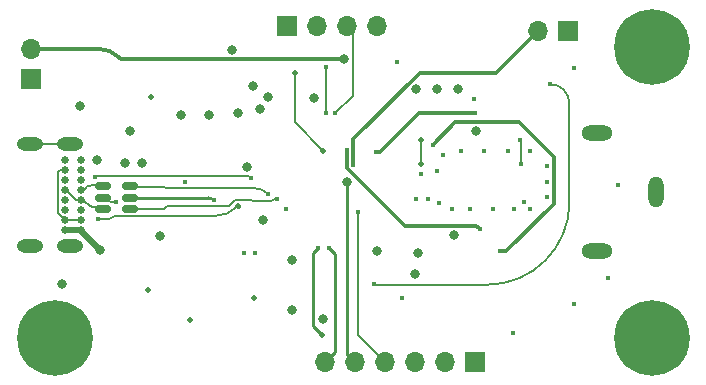
<source format=gbl>
G04 #@! TF.GenerationSoftware,KiCad,Pcbnew,(6.0.2-0)*
G04 #@! TF.CreationDate,2022-02-13T15:07:21-08:00*
G04 #@! TF.ProjectId,TimTime,54696d54-696d-4652-9e6b-696361645f70,rev?*
G04 #@! TF.SameCoordinates,Original*
G04 #@! TF.FileFunction,Copper,L4,Bot*
G04 #@! TF.FilePolarity,Positive*
%FSLAX46Y46*%
G04 Gerber Fmt 4.6, Leading zero omitted, Abs format (unit mm)*
G04 Created by KiCad (PCBNEW (6.0.2-0)) date 2022-02-13 15:07:21*
%MOMM*%
%LPD*%
G01*
G04 APERTURE LIST*
G04 Aperture macros list*
%AMRoundRect*
0 Rectangle with rounded corners*
0 $1 Rounding radius*
0 $2 $3 $4 $5 $6 $7 $8 $9 X,Y pos of 4 corners*
0 Add a 4 corners polygon primitive as box body*
4,1,4,$2,$3,$4,$5,$6,$7,$8,$9,$2,$3,0*
0 Add four circle primitives for the rounded corners*
1,1,$1+$1,$2,$3*
1,1,$1+$1,$4,$5*
1,1,$1+$1,$6,$7*
1,1,$1+$1,$8,$9*
0 Add four rect primitives between the rounded corners*
20,1,$1+$1,$2,$3,$4,$5,0*
20,1,$1+$1,$4,$5,$6,$7,0*
20,1,$1+$1,$6,$7,$8,$9,0*
20,1,$1+$1,$8,$9,$2,$3,0*%
G04 Aperture macros list end*
G04 #@! TA.AperFunction,SMDPad,CuDef*
%ADD10RoundRect,0.150000X-0.512500X-0.150000X0.512500X-0.150000X0.512500X0.150000X-0.512500X0.150000X0*%
G04 #@! TD*
G04 #@! TA.AperFunction,ComponentPad*
%ADD11O,2.616000X1.308000*%
G04 #@! TD*
G04 #@! TA.AperFunction,ComponentPad*
%ADD12O,1.308000X2.616000*%
G04 #@! TD*
G04 #@! TA.AperFunction,ComponentPad*
%ADD13C,0.650000*%
G04 #@! TD*
G04 #@! TA.AperFunction,ComponentPad*
%ADD14O,2.216000X1.108000*%
G04 #@! TD*
G04 #@! TA.AperFunction,ComponentPad*
%ADD15R,1.700000X1.700000*%
G04 #@! TD*
G04 #@! TA.AperFunction,ComponentPad*
%ADD16O,1.700000X1.700000*%
G04 #@! TD*
G04 #@! TA.AperFunction,ComponentPad*
%ADD17C,0.800000*%
G04 #@! TD*
G04 #@! TA.AperFunction,ComponentPad*
%ADD18C,6.400000*%
G04 #@! TD*
G04 #@! TA.AperFunction,ViaPad*
%ADD19C,0.450000*%
G04 #@! TD*
G04 #@! TA.AperFunction,ViaPad*
%ADD20C,0.800000*%
G04 #@! TD*
G04 #@! TA.AperFunction,ViaPad*
%ADD21C,0.500000*%
G04 #@! TD*
G04 #@! TA.AperFunction,Conductor*
%ADD22C,0.200000*%
G04 #@! TD*
G04 #@! TA.AperFunction,Conductor*
%ADD23C,0.300000*%
G04 #@! TD*
G04 #@! TA.AperFunction,Conductor*
%ADD24C,0.250000*%
G04 #@! TD*
G04 #@! TA.AperFunction,Conductor*
%ADD25C,0.500000*%
G04 #@! TD*
G04 APERTURE END LIST*
D10*
G04 #@! TO.P,U3,1,I/O1*
G04 #@! TO.N,USB_D+*
X118262400Y-106664800D03*
G04 #@! TO.P,U3,2,GND*
G04 #@! TO.N,GND*
X118262400Y-105714800D03*
G04 #@! TO.P,U3,3,I/O2*
G04 #@! TO.N,USB_D-*
X118262400Y-104764800D03*
G04 #@! TO.P,U3,4,I/O2*
X120537400Y-104764800D03*
G04 #@! TO.P,U3,5,VBUS*
G04 #@! TO.N,+3V3*
X120537400Y-105714800D03*
G04 #@! TO.P,U3,6,I/O1*
G04 #@! TO.N,USB_D+*
X120537400Y-106664800D03*
G04 #@! TD*
D11*
G04 #@! TO.P,J2,3*
G04 #@! TO.N,unconnected-(J2-Pad3)*
X160049200Y-100203000D03*
G04 #@! TO.P,J2,2*
G04 #@! TO.N,Net-(J2-Pad2)*
X160049200Y-110203000D03*
D12*
G04 #@! TO.P,J2,1*
G04 #@! TO.N,GND*
X165049200Y-105203000D03*
G04 #@! TD*
D13*
G04 #@! TO.P,J1,A1,GND*
G04 #@! TO.N,GND*
X116412000Y-108458000D03*
G04 #@! TO.P,J1,A4,VBUS*
G04 #@! TO.N,VBUS*
X116412000Y-107608000D03*
G04 #@! TO.P,J1,A5,CC1*
G04 #@! TO.N,CC1*
X116412000Y-106758000D03*
G04 #@! TO.P,J1,A6,DP1*
G04 #@! TO.N,USB_D+*
X116412000Y-105908000D03*
G04 #@! TO.P,J1,A7,DN1*
G04 #@! TO.N,USB_D-*
X116412000Y-105058000D03*
G04 #@! TO.P,J1,A8,SBU1*
G04 #@! TO.N,unconnected-(J1-PadA8)*
X116412000Y-104208000D03*
G04 #@! TO.P,J1,A9,VBUS*
G04 #@! TO.N,VBUS*
X116412000Y-103358000D03*
G04 #@! TO.P,J1,A12,GND*
G04 #@! TO.N,GND*
X116412000Y-102508000D03*
G04 #@! TO.P,J1,B1,GND*
X115062000Y-102508000D03*
G04 #@! TO.P,J1,B4,VBUS*
G04 #@! TO.N,VBUS*
X115062000Y-103358000D03*
G04 #@! TO.P,J1,B5,CC2*
G04 #@! TO.N,CC2*
X115062000Y-104208000D03*
G04 #@! TO.P,J1,B6,DP2*
G04 #@! TO.N,USB_D+*
X115062000Y-105058000D03*
G04 #@! TO.P,J1,B7,DN2*
G04 #@! TO.N,USB_D-*
X115062000Y-105908000D03*
G04 #@! TO.P,J1,B8,SBU2*
G04 #@! TO.N,unconnected-(J1-PadB8)*
X115062000Y-106758000D03*
G04 #@! TO.P,J1,B9,VBUS*
G04 #@! TO.N,VBUS*
X115062000Y-107608000D03*
G04 #@! TO.P,J1,B12,GND*
G04 #@! TO.N,GND*
X115062000Y-108458000D03*
D14*
G04 #@! TO.P,J1,P1,SHELL*
G04 #@! TO.N,Net-(J1-PadP1)*
X115432000Y-109808000D03*
G04 #@! TO.P,J1,P2,SHELL*
X115432000Y-101158000D03*
G04 #@! TO.P,J1,P3,SHELL*
X112052000Y-101158000D03*
G04 #@! TO.P,J1,P4,SHELL*
X112052000Y-109808000D03*
G04 #@! TD*
D15*
G04 #@! TO.P,J3,1,Pin_1*
G04 #@! TO.N,GND*
X133858000Y-91186000D03*
D16*
G04 #@! TO.P,J3,2,Pin_2*
G04 #@! TO.N,+2V8*
X136398000Y-91186000D03*
G04 #@! TO.P,J3,3,Pin_3*
G04 #@! TO.N,MON_SCL*
X138938000Y-91186000D03*
G04 #@! TO.P,J3,4,Pin_4*
G04 #@! TO.N,MON_SDA*
X141478000Y-91186000D03*
G04 #@! TD*
D15*
G04 #@! TO.P,J4,1,Pin_1*
G04 #@! TO.N,+2V8*
X149733000Y-119634000D03*
D16*
G04 #@! TO.P,J4,2,Pin_2*
G04 #@! TO.N,SWCLK*
X147193000Y-119634000D03*
G04 #@! TO.P,J4,3,Pin_3*
G04 #@! TO.N,GND*
X144653000Y-119634000D03*
G04 #@! TO.P,J4,4,Pin_4*
G04 #@! TO.N,SWDIO*
X142113000Y-119634000D03*
G04 #@! TO.P,J4,5,Pin_5*
G04 #@! TO.N,NRST*
X139573000Y-119634000D03*
G04 #@! TO.P,J4,6,Pin_6*
G04 #@! TO.N,SWO*
X137033000Y-119634000D03*
G04 #@! TD*
G04 #@! TO.P,J5,2,Pin_2*
G04 #@! TO.N,+BATT*
X112166400Y-93116400D03*
D15*
G04 #@! TO.P,J5,1,Pin_1*
G04 #@! TO.N,GND*
X112166400Y-95656400D03*
G04 #@! TD*
D16*
G04 #@! TO.P,J6,2,Pin_2*
G04 #@! TO.N,OSC*
X155067000Y-91567000D03*
D15*
G04 #@! TO.P,J6,1,Pin_1*
G04 #@! TO.N,GND*
X157607000Y-91567000D03*
G04 #@! TD*
D17*
G04 #@! TO.P,H2,1,1*
G04 #@! TO.N,GND*
X166416056Y-91266944D03*
X164719000Y-90564000D03*
X163021944Y-91266944D03*
X162319000Y-92964000D03*
X163021944Y-94661056D03*
X164719000Y-95364000D03*
X166416056Y-94661056D03*
X167119000Y-92964000D03*
D18*
X164719000Y-92964000D03*
G04 #@! TD*
G04 #@! TO.P,H3,1,1*
G04 #@! TO.N,GND*
X164719000Y-117602000D03*
D17*
X167119000Y-117602000D03*
X166416056Y-119299056D03*
X164719000Y-120002000D03*
X163021944Y-119299056D03*
X162319000Y-117602000D03*
X163021944Y-115904944D03*
X164719000Y-115202000D03*
X166416056Y-115904944D03*
G04 #@! TD*
G04 #@! TO.P,H4,1,1*
G04 #@! TO.N,GND*
X115870056Y-115904944D03*
X114173000Y-115202000D03*
X112475944Y-115904944D03*
X111773000Y-117602000D03*
X112475944Y-119299056D03*
X114173000Y-120002000D03*
X115870056Y-119299056D03*
X116573000Y-117602000D03*
D18*
X114173000Y-117602000D03*
G04 #@! TD*
D19*
G04 #@! TO.N,GND*
X149656800Y-97383600D03*
X119380000Y-106121200D03*
G04 #@! TO.N,OSC*
X139446000Y-102971600D03*
G04 #@! TO.N,TC_OUT*
X138871500Y-101650800D03*
X150164800Y-108356400D03*
G04 #@! TO.N,STAT2*
X117805200Y-107492800D03*
G04 #@! TO.N,STAT1*
X117551200Y-103936800D03*
G04 #@! TO.N,GND*
X160985200Y-112522000D03*
G04 #@! TO.N,+2V8*
X161848800Y-104648000D03*
X158089600Y-94742000D03*
G04 #@! TO.N,BTN_A*
X156108400Y-96113600D03*
G04 #@! TO.N,GND*
X152958800Y-117144800D03*
G04 #@! TO.N,+2V8*
X158089600Y-114757200D03*
G04 #@! TO.N,GND*
X143560800Y-114249200D03*
X130149600Y-110388400D03*
G04 #@! TO.N,USB_D-*
X132237076Y-105399814D03*
G04 #@! TO.N,USB_D+*
X132938967Y-105795380D03*
G04 #@! TO.N,GND*
X131114800Y-110439200D03*
G04 #@! TO.N,+3V3*
X127660400Y-105918000D03*
D20*
G04 #@! TO.N,+2V8*
X131572000Y-98171000D03*
X148336000Y-96520000D03*
X134239000Y-110998000D03*
X130429000Y-103124000D03*
X131826000Y-107569000D03*
X144907000Y-110363000D03*
D19*
X153924000Y-106105000D03*
D20*
X129159000Y-93255000D03*
G04 #@! TO.N,GND*
X147955000Y-108839000D03*
X144653000Y-112141000D03*
X136906000Y-115951000D03*
X134239000Y-115189000D03*
X123063000Y-108966000D03*
X116332000Y-97917000D03*
X114808000Y-113030000D03*
X124841000Y-98679000D03*
X127254000Y-98679000D03*
X129667000Y-98552000D03*
X130937000Y-96266000D03*
X132207000Y-97155000D03*
X146558000Y-96520000D03*
X144780000Y-96520000D03*
X149860000Y-100076000D03*
X117729000Y-102489000D03*
D19*
X125222000Y-104394000D03*
D20*
X141478000Y-110236000D03*
X136144000Y-97282000D03*
D19*
X146494500Y-103441500D03*
X147066000Y-102108000D03*
X148590000Y-101727000D03*
X150495000Y-101727000D03*
X152527000Y-101727000D03*
X154432000Y-101727000D03*
X155829000Y-102997000D03*
X155829000Y-104394000D03*
X155829000Y-105664000D03*
X154432000Y-106680000D03*
X153035000Y-106680000D03*
X151257000Y-106680000D03*
X149352000Y-106680000D03*
X147828000Y-106680000D03*
X145796000Y-105791000D03*
X146685000Y-106172000D03*
X145161000Y-103672500D03*
X144780000Y-105791000D03*
D20*
X120523000Y-100076000D03*
D19*
X133731000Y-106680000D03*
X143129000Y-94234000D03*
D20*
X121539000Y-102743000D03*
X120142000Y-102743000D03*
X117983000Y-110109000D03*
D21*
X131064000Y-114173000D03*
X125603000Y-116078000D03*
X122047000Y-113538000D03*
X122301000Y-97155000D03*
D19*
G04 #@! TO.N,MON_SCL*
X137922000Y-98552000D03*
G04 #@! TO.N,MON_SDA*
X137160000Y-98552000D03*
X137160000Y-94615000D03*
G04 #@! TO.N,Net-(C3-Pad1)*
X153670000Y-102870000D03*
X153515000Y-100838000D03*
D21*
G04 #@! TO.N,VAA*
X145161000Y-102870000D03*
X145161000Y-100838000D03*
D20*
G04 #@! TO.N,+BATT*
X138684000Y-93980000D03*
D19*
G04 #@! TO.N,STAT1*
X130810000Y-104013000D03*
D21*
G04 #@! TO.N,STAT2*
X129667000Y-106426000D03*
G04 #@! TO.N,SWCLK*
X136779000Y-117348000D03*
D19*
X136413500Y-109966500D03*
G04 #@! TO.N,SWDIO*
X139827000Y-106934000D03*
D20*
G04 #@! TO.N,NRST*
X138938000Y-104394000D03*
D19*
G04 #@! TO.N,SWO*
X137413500Y-109982500D03*
G04 #@! TO.N,TCVC*
X149733000Y-98552000D03*
X141351000Y-101854000D03*
G04 #@! TO.N,TC_IN*
X146177000Y-101219000D03*
X151892000Y-110236000D03*
G04 #@! TO.N,BTN_A*
X141224000Y-113030000D03*
D21*
G04 #@! TO.N,BTN_PWR*
X136906000Y-101727000D03*
X134493000Y-95123000D03*
G04 #@! TD*
D22*
G04 #@! TO.N,GND*
X119243536Y-106121200D02*
X119380000Y-106121200D01*
X119243536Y-106121199D02*
G75*
G02*
X118262401Y-105714799I0J1387535D01*
G01*
D23*
G04 #@! TO.N,+BATT*
X117855691Y-93116401D02*
G75*
G02*
X119634000Y-93853000I1J-2514906D01*
G01*
X117855691Y-93116400D02*
X112166400Y-93116400D01*
G04 #@! TO.N,OSC*
X139446000Y-102362000D02*
X139446000Y-102971600D01*
G04 #@! TO.N,TC_OUT*
X138871489Y-101650826D02*
G75*
G02*
X138871500Y-101650800I38J-1D01*
G01*
X138871489Y-101650826D02*
X138871489Y-103209890D01*
X150164800Y-108356400D02*
G75*
G03*
X149520420Y-108089489I-644380J-644381D01*
G01*
X143851089Y-108089489D02*
X149520420Y-108089489D01*
X143801089Y-108139489D02*
X143851089Y-108089489D01*
X138871489Y-103209890D02*
X143801089Y-108139489D01*
D24*
G04 #@! TO.N,+3V3*
X127206528Y-105730001D02*
G75*
G02*
X127660399Y-105918001I-3J-641879D01*
G01*
X120537400Y-105714800D02*
G75*
G03*
X120574096Y-105730000I36694J36691D01*
G01*
X127206528Y-105730000D02*
X120574096Y-105730000D01*
D22*
G04 #@! TO.N,USB_D+*
X132418084Y-106011137D02*
G75*
G03*
X132938967Y-105795380I2J736634D01*
G01*
X130768489Y-105876489D02*
G75*
G02*
X130835813Y-105943813I-1J-67325D01*
G01*
X129439384Y-105876489D02*
X128873362Y-106442511D01*
X123681489Y-106442511D02*
X123444000Y-106680000D01*
X120537400Y-106664800D02*
G75*
G03*
X120574096Y-106680000I36694J36691D01*
G01*
X130835813Y-105943813D02*
G75*
G03*
X130903137Y-106011137I67325J1D01*
G01*
X132418084Y-106011137D02*
X130903137Y-106011137D01*
X130768489Y-105876489D02*
X129439384Y-105876489D01*
X128873362Y-106442511D02*
X123681489Y-106442511D01*
X123444000Y-106680000D02*
X120574096Y-106680000D01*
G04 #@! TO.N,USB_D-*
X123444000Y-104780000D02*
X120574096Y-104780000D01*
X120537400Y-104764800D02*
G75*
G03*
X120574096Y-104780000I36694J36691D01*
G01*
G04 #@! TO.N,STAT2*
X119288480Y-107279520D02*
G75*
G02*
X118773577Y-107492800I-514906J514909D01*
G01*
X119288480Y-107279520D02*
X127606421Y-107279520D01*
X117805200Y-107492800D02*
X118773577Y-107492800D01*
G04 #@! TO.N,STAT1*
X117714886Y-103868999D02*
X130462351Y-103868999D01*
X117714886Y-103868999D02*
G75*
G03*
X117551200Y-103936800I-1J-231484D01*
G01*
X130810000Y-104013000D02*
G75*
G03*
X130462351Y-103868999I-347651J-347654D01*
G01*
G04 #@! TO.N,USB_D-*
X116940299Y-104764800D02*
G75*
G03*
X116903603Y-104780000I0J-51895D01*
G01*
X117699072Y-104764800D02*
G75*
G02*
X117629536Y-104695264I1J69537D01*
G01*
X117229536Y-104695264D02*
G75*
G02*
X117160000Y-104764800I-69537J1D01*
G01*
X117299072Y-104625728D02*
G75*
G03*
X117229536Y-104695264I1J-69537D01*
G01*
X117629536Y-104695264D02*
G75*
G03*
X117560000Y-104625728I-69537J-1D01*
G01*
X116412000Y-105058000D02*
X116625603Y-105058000D01*
X116625603Y-105058000D02*
X116903603Y-104780000D01*
X116940299Y-104764800D02*
X117160000Y-104764800D01*
X117960000Y-104764800D02*
X118262400Y-104764800D01*
X117299072Y-104625728D02*
X117560000Y-104625728D01*
X117699072Y-104764800D02*
X117960000Y-104764800D01*
G04 #@! TO.N,USB_D+*
X118262400Y-106664800D02*
X118239076Y-106664800D01*
X116412000Y-105908000D02*
G75*
G03*
X118239076Y-106664800I1827075J1827073D01*
G01*
G04 #@! TO.N,BTN_A*
X157734000Y-97739200D02*
G75*
G03*
X156108400Y-96113600I-1625599J1D01*
G01*
X150746010Y-113088956D02*
X141282956Y-113088956D01*
X150746010Y-113088956D02*
G75*
G03*
X157734000Y-106100966I0J6987990D01*
G01*
X141224000Y-113030000D02*
G75*
G03*
X141282956Y-113088956I58957J1D01*
G01*
X157734000Y-97739200D02*
X157734000Y-106100966D01*
G04 #@! TO.N,SWDIO*
X139827000Y-106934000D02*
X139827000Y-117348000D01*
G04 #@! TO.N,USB_D-*
X132237076Y-105399814D02*
G75*
G03*
X131075108Y-104918511I-1161971J-1161975D01*
G01*
X123444000Y-104780000D02*
X123582511Y-104918511D01*
X123582511Y-104918511D02*
X131075108Y-104918511D01*
G04 #@! TO.N,STAT2*
X129667000Y-106426000D02*
G75*
G02*
X127606421Y-107279520I-2060581J2060584D01*
G01*
G04 #@! TO.N,USB_D+*
X116412000Y-105908000D02*
G75*
G03*
X116540037Y-105854965I1J181068D01*
G01*
D25*
G04 #@! TO.N,GND*
X116412000Y-108538000D02*
X117983000Y-110109000D01*
X116412000Y-108458000D02*
X116412000Y-108538000D01*
X115062000Y-108458000D02*
X116412000Y-108458000D01*
D22*
G04 #@! TO.N,MON_SCL*
X139384001Y-91632001D02*
X138938000Y-91186000D01*
X139384001Y-97089999D02*
X139384001Y-91632001D01*
X137922000Y-98552000D02*
X139384001Y-97089999D01*
G04 #@! TO.N,MON_SDA*
X137160000Y-98552000D02*
X137160000Y-94615000D01*
G04 #@! TO.N,Net-(C3-Pad1)*
X153543000Y-100838000D02*
X153515000Y-100838000D01*
X153670000Y-100965000D02*
X153543000Y-100838000D01*
X153670000Y-102870000D02*
X153670000Y-100965000D01*
G04 #@! TO.N,VAA*
X145161000Y-102870000D02*
X145161000Y-100838000D01*
D23*
G04 #@! TO.N,+BATT*
X138658999Y-94005001D02*
X119786001Y-94005001D01*
X119786001Y-94005001D02*
X119634000Y-93853000D01*
X138684000Y-93980000D02*
X138658999Y-94005001D01*
D22*
G04 #@! TO.N,VBUS*
X116412000Y-107608000D02*
X115062000Y-107608000D01*
X114602381Y-103358000D02*
X115062000Y-103358000D01*
X114436999Y-107058001D02*
X114436999Y-103523382D01*
X114761999Y-107383001D02*
X114436999Y-107058001D01*
X114876001Y-107383001D02*
X114761999Y-107383001D01*
X114436999Y-103523382D02*
X114602381Y-103358000D01*
X115062000Y-107569000D02*
X114876001Y-107383001D01*
X115062000Y-107608000D02*
X115062000Y-107569000D01*
G04 #@! TO.N,STAT1*
X130665999Y-103868999D02*
X130810000Y-104013000D01*
D24*
G04 #@! TO.N,STAT2*
X129728999Y-106487999D02*
X129667000Y-106426000D01*
D22*
G04 #@! TO.N,USB_D+*
X115102381Y-105058000D02*
X115062000Y-105058000D01*
X115952381Y-105908000D02*
X115102381Y-105058000D01*
X116412000Y-105908000D02*
X115952381Y-105908000D01*
G04 #@! TO.N,Net-(J1-PadP1)*
X112052000Y-101158000D02*
X115432000Y-101158000D01*
D24*
G04 #@! TO.N,SWCLK*
X136017000Y-116586000D02*
X136017000Y-110363000D01*
X136779000Y-117348000D02*
X136017000Y-116586000D01*
X136017000Y-110363000D02*
X136413500Y-109966500D01*
D22*
G04 #@! TO.N,SWDIO*
X139827000Y-117348000D02*
X142113000Y-119634000D01*
D24*
G04 #@! TO.N,NRST*
X138938000Y-118999000D02*
X139573000Y-119634000D01*
X138938000Y-104394000D02*
X138938000Y-118999000D01*
G04 #@! TO.N,SWO*
X137922000Y-110491000D02*
X137413500Y-109982500D01*
X137922000Y-118745000D02*
X137922000Y-110491000D01*
X137033000Y-119634000D02*
X137922000Y-118745000D01*
D23*
G04 #@! TO.N,OSC*
X139446000Y-100743998D02*
X145066998Y-95123000D01*
X139446000Y-102362000D02*
X139446000Y-100743998D01*
X151511000Y-95123000D02*
X155067000Y-91567000D01*
X145066998Y-95123000D02*
X151511000Y-95123000D01*
G04 #@! TO.N,TCVC*
X141732000Y-101854000D02*
X145034000Y-98552000D01*
X145034000Y-98552000D02*
X149733000Y-98552000D01*
X141351000Y-101854000D02*
X141732000Y-101854000D01*
G04 #@! TO.N,TC_IN*
X148070001Y-99325999D02*
X153427999Y-99325999D01*
X146177000Y-101219000D02*
X148070001Y-99325999D01*
X156404001Y-102302001D02*
X156404001Y-106231999D01*
X153427999Y-99325999D02*
X156404001Y-102302001D01*
X152400000Y-110236000D02*
X151892000Y-110236000D01*
X156404001Y-106231999D02*
X152400000Y-110236000D01*
D22*
G04 #@! TO.N,BTN_PWR*
X136906000Y-101727000D02*
X134493000Y-99314000D01*
X134493000Y-99314000D02*
X134493000Y-95123000D01*
G04 #@! TD*
M02*

</source>
